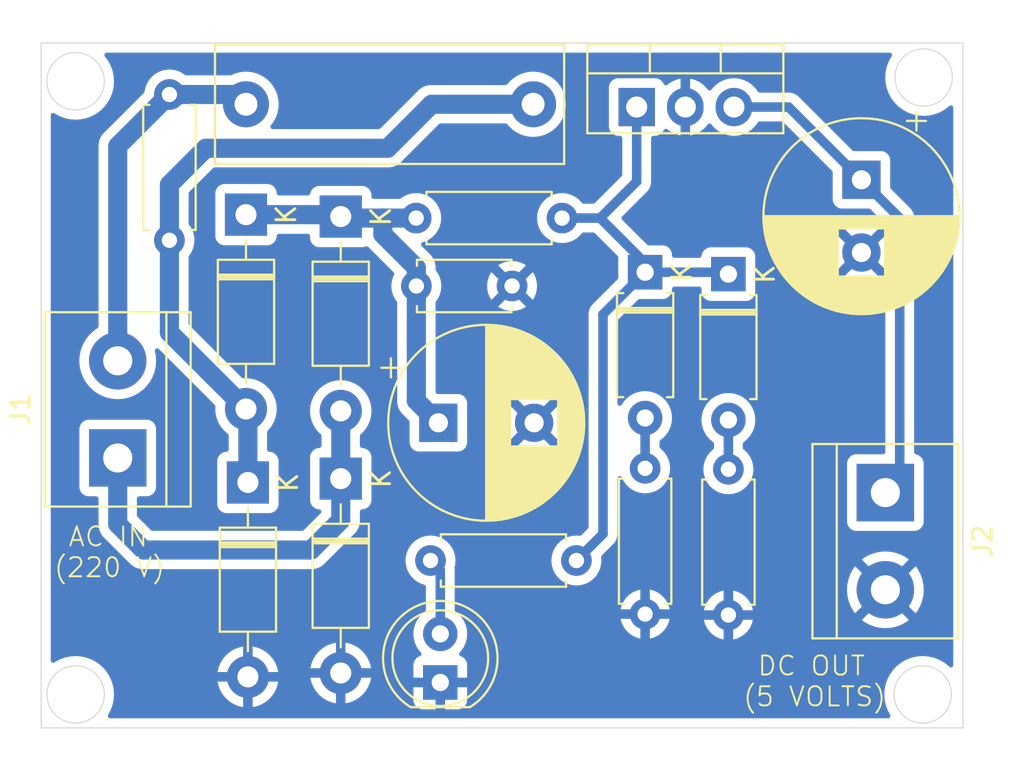
<source format=kicad_pcb>
(kicad_pcb (version 20240108) (generator "pcbnew") (generator_version "8.0")
  (layers (0 "F.Cu" signal) (31 "B.Cu" signal) (34 "B.Paste" user) (35 "F.Paste" user) (36 "B.SilkS" user "B.Silkscreen") (37 "F.SilkS" user "F.Silkscreen") (38 "B.Mask" user) (39 "F.Mask" user) (44 "Edge.Cuts" user))
  (net 0 "")
  (net 1 "Net-(J1-Pin_2)")
  (net 2 "Net-(D1-A)")
  (net 3 "GND")
  (net 4 "/5V")
  (net 5 "Net-(D1-K)")
  (net 6 "Net-(D3-A)")
  (net 7 "Net-(D5-A)")
  (net 8 "Net-(D6-A)")
  (net 9 "Net-(D7-A)")
  (net 10 "Net-(D5-K)")
  (footprint "Resistor_THT:R_Axial_DIN0207_L6.3mm_D2.5mm_P7.62mm_Horizontal" (layer "F.Cu") (at 130.8 74.53 -90)
    (property "Reference" "R3" (hide yes))
    (property "Value" "20K" (hide yes))
    (pad "1" thru_hole circle (at 0 0 270) (size 1.6 1.6) (drill 0.8) (layers "*.Cu" "*.Mask") (net 8 "Net-(D6-A)"))
    (pad "2" thru_hole oval (at 7.62 0 270) (size 1.6 1.6) (drill 0.8) (layers "*.Cu" "*.Mask") (net 3 "GND"))
  )
  (footprint "Capacitor_THT:C_Disc_D4.7mm_W2.5mm_P5.00mm" (layer "F.Cu") (at 114.5 64.95)
    (property "Reference" "C4" (hide yes))
    (property "Value" "0.1uF" (hide yes))
    (pad "1" thru_hole circle (at 0 0) (size 1.6 1.6) (drill 0.8) (layers "*.Cu" "*.Mask") (net 5 "Net-(D1-K)"))
    (pad "2" thru_hole circle (at 5 0) (size 1.6 1.6) (drill 0.8) (layers "*.Cu" "*.Mask") (net 3 "GND"))
  )
  (footprint "Capacitor_THT:CP_Radial_D10.0mm_P3.80mm" (layer "F.Cu") (at 137.75 59.4 -90)
    (property "Reference" "C2" (hide yes))
    (property "Value" "470uF" (hide yes))
    (pad "1" thru_hole rect (at 0 0 270) (size 2 2) (drill 1) (layers "*.Cu" "*.Mask") (net 4 "/5V"))
    (pad "2" thru_hole circle (at 3.8 0 270) (size 2 2) (drill 1) (layers "*.Cu" "*.Mask") (net 3 "GND"))
  )
  (footprint "LED_THT:LED_D5.0mm" (layer "F.Cu") (at 115.75 85.675 90)
    (property "Reference" "D7" (hide yes))
    (property "Value" "LED" (hide yes))
    (pad "1" thru_hole rect (at 0 0 90) (size 1.8 1.8) (drill 0.9) (layers "*.Cu" "*.Mask") (net 3 "GND"))
    (pad "2" thru_hole circle (at 2.54 0 90) (size 1.8 1.8) (drill 0.9) (layers "*.Cu" "*.Mask") (net 9 "Net-(D7-A)"))
  )
  (footprint "Diode_THT:D_DO-41_SOD81_P10.16mm_Horizontal" (layer "F.Cu") (at 110.55 61.32 -90)
    (property "Reference" "D3" (hide yes))
    (property "Value" "1N4007" (hide yes))
    (fp_text user "K" (at 0 -2.1 90) (layer "F.SilkS"))
    (pad "1" thru_hole rect (at 0 0 270) (size 2.2 2.2) (drill 1.1) (layers "*.Cu" "*.Mask") (net 5 "Net-(D1-K)"))
    (pad "2" thru_hole oval (at 10.16 0 270) (size 2.2 2.2) (drill 1.1) (layers "*.Cu" "*.Mask") (net 6 "Net-(D3-A)"))
  )
  (footprint "Capacitor_THT:CP_Radial_D10.0mm_P5.00mm" (layer "F.Cu") (at 115.65 72.1)
    (property "Reference" "C5" (hide yes))
    (property "Value" "1000uF" (hide yes))
    (pad "1" thru_hole rect (at 0 0) (size 2 2) (drill 1) (layers "*.Cu" "*.Mask") (net 5 "Net-(D1-K)"))
    (pad "2" thru_hole circle (at 5 0) (size 2 2) (drill 1) (layers "*.Cu" "*.Mask") (net 3 "GND"))
  )
  (footprint "TerminalBlock:TerminalBlock_bornier-2_P5.08mm" (layer "F.Cu") (at 98.9 73.94 90)
    (property "Reference" "J1" (at 2.54 -5.08 90) (layer "F.SilkS"))
    (property "Value" "Screw_Terminal_01x02" (hide yes))
    (pad "1" thru_hole rect (at 0 0 90) (size 3 3) (drill 1.52) (layers "*.Cu" "*.Mask") (net 6 "Net-(D3-A)"))
    (pad "2" thru_hole circle (at 5.08 0 90) (size 3 3) (drill 1.52) (layers "*.Cu" "*.Mask") (net 1 "Net-(J1-Pin_2)"))
  )
  (footprint "TerminalBlock:TerminalBlock_bornier-2_P5.08mm" (layer "F.Cu") (at 139 75.75 -90)
    (property "Reference" "J2" (at 2.54 -5.08 90) (layer "F.SilkS"))
    (property "Value" "Screw_Terminal_01x02" (hide yes))
    (pad "1" thru_hole rect (at 0 0 270) (size 3 3) (drill 1.52) (layers "*.Cu" "*.Mask") (net 4 "/5V"))
    (pad "2" thru_hole circle (at 5.08 0 270) (size 3 3) (drill 1.52) (layers "*.Cu" "*.Mask") (net 3 "GND"))
  )
  (footprint "Resistor_THT:R_Axial_DIN0207_L6.3mm_D2.5mm_P7.62mm_Horizontal" (layer "F.Cu") (at 126.45 74.48 -90)
    (property "Reference" "R2" (hide yes))
    (property "Value" "20K" (hide yes))
    (pad "1" thru_hole circle (at 0 0 270) (size 1.6 1.6) (drill 0.8) (layers "*.Cu" "*.Mask") (net 7 "Net-(D5-A)"))
    (pad "2" thru_hole oval (at 7.62 0 270) (size 1.6 1.6) (drill 0.8) (layers "*.Cu" "*.Mask") (net 3 "GND"))
  )
  (footprint "Capacitor_THT:C_Rect_L18.0mm_W6.0mm_P15.00mm_FKS3_FKP3" (layer "F.Cu") (at 105.6 55.45)
    (property "Reference" "C1" (hide yes))
    (property "Value" "225k/2.2uF")
    (pad "1" thru_hole circle (at 0 0) (size 2.4 2.4) (drill 1.2) (layers "*.Cu" "*.Mask") (net 1 "Net-(J1-Pin_2)"))
    (pad "2" thru_hole circle (at 15 0) (size 2.4 2.4) (drill 1.2) (layers "*.Cu" "*.Mask") (net 2 "Net-(D1-A)"))
  )
  (footprint "Package_TO_SOT_THT:TO-220-3_Vertical" (layer "F.Cu") (at 126.01 55.595)
    (property "Reference" "U1" (hide yes))
    (property "Value" "LM7805_TO220" (hide yes))
    (pad "1" thru_hole rect (at 0 0) (size 1.905 2) (drill 1.1) (layers "*.Cu" "*.Mask") (net 10 "Net-(D5-K)"))
    (pad "2" thru_hole oval (at 2.54 0) (size 1.905 2) (drill 1.1) (layers "*.Cu" "*.Mask") (net 3 "GND"))
    (pad "3" thru_hole oval (at 5.08 0) (size 1.905 2) (drill 1.1) (layers "*.Cu" "*.Mask") (net 4 "/5V"))
  )
  (footprint "Diode_THT:D_DO-41_SOD81_P10.16mm_Horizontal" (layer "F.Cu") (at 105.6 61.22 -90)
    (property "Reference" "D1" (hide yes))
    (property "Value" "1N4007" (hide yes))
    (fp_text user "K" (at 0 -2.1 90) (layer "F.SilkS"))
    (pad "1" thru_hole rect (at 0 0 270) (size 2.2 2.2) (drill 1.1) (layers "*.Cu" "*.Mask") (net 5 "Net-(D1-K)"))
    (pad "2" thru_hole oval (at 10.16 0 270) (size 2.2 2.2) (drill 1.1) (layers "*.Cu" "*.Mask") (net 2 "Net-(D1-A)"))
  )
  (footprint "Diode_THT:D_A-405_P7.62mm_Horizontal" (layer "F.Cu") (at 130.8 64.33 -90)
    (property "Reference" "D6" (hide yes))
    (property "Value" "D_Zener" (hide yes))
    (fp_text user "K" (at 0 -1.9 90) (layer "F.SilkS"))
    (pad "1" thru_hole rect (at 0 0 270) (size 1.8 1.8) (drill 0.9) (layers "*.Cu" "*.Mask") (net 10 "Net-(D5-K)"))
    (pad "2" thru_hole oval (at 7.62 0 270) (size 1.8 1.8) (drill 0.9) (layers "*.Cu" "*.Mask") (net 8 "Net-(D6-A)"))
  )
  (footprint "Diode_THT:D_DO-41_SOD81_P10.16mm_Horizontal" (layer "F.Cu") (at 105.7 75.22 -90)
    (property "Reference" "D2" (hide yes))
    (property "Value" "1N4007" (hide yes))
    (fp_text user "K" (at 0 -2.1 90) (layer "F.SilkS"))
    (pad "1" thru_hole rect (at 0 0 270) (size 2.2 2.2) (drill 1.1) (layers "*.Cu" "*.Mask") (net 2 "Net-(D1-A)"))
    (pad "2" thru_hole oval (at 10.16 0 270) (size 2.2 2.2) (drill 1.1) (layers "*.Cu" "*.Mask") (net 3 "GND"))
  )
  (footprint "Resistor_THT:R_Axial_DIN0207_L6.3mm_D2.5mm_P7.62mm_Horizontal" (layer "F.Cu") (at 101.6 54.94 -90)
    (property "Reference" "R1" (hide yes))
    (property "Value" "1M" (hide yes))
    (pad "1" thru_hole circle (at 0 0 270) (size 1.6 1.6) (drill 0.8) (layers "*.Cu" "*.Mask") (net 1 "Net-(J1-Pin_2)"))
    (pad "2" thru_hole oval (at 7.62 0 270) (size 1.6 1.6) (drill 0.8) (layers "*.Cu" "*.Mask") (net 2 "Net-(D1-A)"))
  )
  (footprint "Diode_THT:D_DO-41_SOD81_P10.16mm_Horizontal" (layer "F.Cu") (at 110.55 75.02 -90)
    (property "Reference" "D4" (hide yes))
    (property "Value" "1N4007" (hide yes))
    (fp_text user "K" (at 0 -2.1 90) (layer "F.SilkS"))
    (pad "1" thru_hole rect (at 0 0 270) (size 2.2 2.2) (drill 1.1) (layers "*.Cu" "*.Mask") (net 6 "Net-(D3-A)"))
    (pad "2" thru_hole oval (at 10.16 0 270) (size 2.2 2.2) (drill 1.1) (layers "*.Cu" "*.Mask") (net 3 "GND"))
  )
  (footprint "Diode_THT:D_A-405_P7.62mm_Horizontal" (layer "F.Cu") (at 126.45 64.23 -90)
    (property "Reference" "D5" (hide yes))
    (property "Value" "D_Zener" (hide yes))
    (fp_text user "K" (at 0 -1.9 90) (layer "F.SilkS"))
    (pad "1" thru_hole rect (at 0 0 270) (size 1.8 1.8) (drill 0.9) (layers "*.Cu" "*.Mask") (net 10 "Net-(D5-K)"))
    (pad "2" thru_hole oval (at 7.62 0 270) (size 1.8 1.8) (drill 0.9) (layers "*.Cu" "*.Mask") (net 7 "Net-(D5-A)"))
  )
  (footprint "Resistor_THT:R_Axial_DIN0207_L6.3mm_D2.5mm_P7.62mm_Horizontal" (layer "F.Cu") (at 122.86 79.3 180)
    (property "Reference" "R4" (hide yes))
    (property "Value" "2.2K" (hide yes))
    (pad "1" thru_hole circle (at 0 0 180) (size 1.6 1.6) (drill 0.8) (layers "*.Cu" "*.Mask") (net 10 "Net-(D5-K)"))
    (pad "2" thru_hole oval (at 7.62 0 180) (size 1.6 1.6) (drill 0.8) (layers "*.Cu" "*.Mask") (net 9 "Net-(D7-A)"))
  )
  (footprint "Resistor_THT:R_Axial_DIN0207_L6.3mm_D2.5mm_P7.62mm_Horizontal" (layer "F.Cu") (at 114.49 61.4)
    (property "Reference" "R5" (hide yes))
    (property "Value" "20K" (hide yes))
    (pad "1" thru_hole circle (at 0 0) (size 1.6 1.6) (drill 0.8) (layers "*.Cu" "*.Mask") (net 5 "Net-(D1-K)"))
    (pad "2" thru_hole oval (at 7.62 0) (size 1.6 1.6) (drill 0.8) (layers "*.Cu" "*.Mask") (net 10 "Net-(D5-K)"))
  )
  (gr_circle (center 141 54.05) (end 142.2 54.95) (stroke (width 0.05)) (fill none) (layer "Edge.Cuts"))
  (gr_circle (center 140.95 86.3) (end 142.15 87.2) (stroke (width 0.05)) (fill none) (layer "Edge.Cuts"))
  (gr_circle (center 96.7 86.3) (end 97.9 87.2) (stroke (width 0.05)) (fill none) (layer "Edge.Cuts"))
  (gr_rect (start 94.9 52.25) (end 143.05 88.05) (stroke (width 0.05)) (fill none) (layer "Edge.Cuts"))
  (gr_circle (center 96.7 54.25) (end 97.9 55.15) (stroke (width 0.05)) (fill none) (layer "Edge.Cuts"))
  (gr_text " AC IN\n(220 V)\n" (at 95.5 80.25 0) (layer "F.SilkS") (effects (font (size 1 1) (thickness 0.1)) (justify left bottom)))
  (gr_text " DC OUT\n(5 VOLTS)" (at 131.5 87 0) (layer "F.SilkS") (effects (font (size 1 1) (thickness 0.1)) (justify left bottom)))
  (segment (start 101.6 54.94) (end 105.09 54.94) (width 1) (layer "B.Cu") (net 1))
  (segment (start 105.09 54.94) (end 105.6 55.45) (width 1) (layer "B.Cu") (net 1))
  (segment (start 98.9 68.86) (end 98.9 57.64) (width 1) (layer "B.Cu") (net 1))
  (segment (start 98.9 57.64) (end 101.6 54.94) (width 1) (layer "B.Cu") (net 1))
  (segment (start 113 57.75) (end 115.3 55.45) (width 1) (layer "B.Cu") (net 2))
  (segment (start 105.7 75.22) (end 105.7 71.48) (width 1) (layer "B.Cu") (net 2))
  (segment (start 101.6 67.38) (end 105.6 71.38) (width 1) (layer "B.Cu") (net 2))
  (segment (start 101.6 62.56) (end 101.6 59.65) (width 1) (layer "B.Cu") (net 2))
  (segment (start 105.7 71.48) (end 105.6 71.38) (width 1) (layer "B.Cu") (net 2))
  (segment (start 101.6 59.65) (end 103.5 57.75) (width 1) (layer "B.Cu") (net 2))
  (segment (start 103.5 57.75) (end 113 57.75) (width 1) (layer "B.Cu") (net 2))
  (segment (start 101.6 62.56) (end 101.6 67.38) (width 1) (layer "B.Cu") (net 2))
  (segment (start 115.3 55.45) (end 120.6 55.45) (width 1) (layer "B.Cu") (net 2))
  (segment (start 139.75 61.4) (end 139.75 75) (width 0.5) (layer "B.Cu") (net 4))
  (segment (start 139.75 75) (end 139 75.75) (width 0.5) (layer "B.Cu") (net 4))
  (segment (start 131.09 55.595) (end 133.945 55.595) (width 0.5) (layer "B.Cu") (net 4))
  (segment (start 133.945 55.595) (end 137.75 59.4) (width 0.5) (layer "B.Cu") (net 4))
  (segment (start 137.75 59.4) (end 139.75 61.4) (width 0.5) (layer "B.Cu") (net 4))
  (segment (start 110.45 61.22) (end 110.55 61.32) (width 1) (layer "B.Cu") (net 5))
  (segment (start 114.49 61.4) (end 112.75 61.4) (width 1) (layer "B.Cu") (net 5))
  (segment (start 114.5 64.95) (end 114.5 64) (width 1) (layer "B.Cu") (net 5))
  (segment (start 105.6 61.22) (end 110.45 61.22) (width 1) (layer "B.Cu") (net 5))
  (segment (start 112.75 62.25) (end 112.75 61.4) (width 1) (layer "B.Cu") (net 5))
  (segment (start 112.75 61.4) (end 110.63 61.4) (width 1) (layer "B.Cu") (net 5))
  (segment (start 114.5 70.95) (end 115.65 72.1) (width 1) (layer "B.Cu") (net 5))
  (segment (start 114.5 64) (end 112.75 62.25) (width 1) (layer "B.Cu") (net 5))
  (segment (start 114.5 64.95) (end 114.5 70.95) (width 1) (layer "B.Cu") (net 5))
  (segment (start 110.63 61.4) (end 110.55 61.32) (width 1) (layer "B.Cu") (net 5))
  (segment (start 100.25 78.75) (end 109 78.75) (width 1) (layer "B.Cu") (net 6))
  (segment (start 98.9 73.94) (end 98.9 77.4) (width 1) (layer "B.Cu") (net 6))
  (segment (start 110.55 75.02) (end 110.55 71.48) (width 1) (layer "B.Cu") (net 6))
  (segment (start 110.55 77.2) (end 110.55 75.02) (width 1) (layer "B.Cu") (net 6))
  (segment (start 98.9 77.4) (end 100.25 78.75) (width 1) (layer "B.Cu") (net 6))
  (segment (start 109 78.75) (end 110.55 77.2) (width 1) (layer "B.Cu") (net 6))
  (segment (start 126.45 74.48) (end 126.45 71.85) (width 0.5) (layer "B.Cu") (net 7))
  (segment (start 130.8 74.53) (end 130.8 71.95) (width 0.5) (layer "B.Cu") (net 8))
  (segment (start 115.75 83.135) (end 115.75 79.81) (width 0.5) (layer "B.Cu") (net 9))
  (segment (start 115.75 79.81) (end 115.24 79.3) (width 0.5) (layer "B.Cu") (net 9))
  (segment (start 130.7 64.23) (end 130.8 64.33) (width 0.5) (layer "B.Cu") (net 10))
  (segment (start 126.45 64.23) (end 126.45 63.75) (width 0.5) (layer "B.Cu") (net 10))
  (segment (start 124.1 61.4) (end 122.11 61.4) (width 0.5) (layer "B.Cu") (net 10))
  (segment (start 126.45 63.75) (end 124.1 61.4) (width 0.5) (layer "B.Cu") (net 10))
  (segment (start 122.86 79.3) (end 124.25 77.91) (width 0.5) (layer "B.Cu") (net 10))
  (segment (start 126.01 55.595) (end 126.01 59.49) (width 0.5) (layer "B.Cu") (net 10))
  (segment (start 126.01 59.49) (end 124.1 61.4) (width 0.5) (layer "B.Cu") (net 10))
  (segment (start 126.45 64.23) (end 130.7 64.23) (width 0.5) (layer "B.Cu") (net 10))
  (segment (start 124.25 66.43) (end 126.45 64.23) (width 0.5) (layer "B.Cu") (net 10))
  (segment (start 124.25 77.91) (end 124.25 66.43) (width 0.5) (layer "B.Cu") (net 10))
  (zone (net 3) (net_name "GND") (layer "B.Cu") (connect_pads (clearance 0.5)) (min_thickness 0.25) (fill yes (thermal_gap 0.5) (thermal_bridge_width 0.5))
    (polygon (pts (xy 92.75 50) (xy 146.25 50) (xy 146.25 89.75) (xy 92.75 90)))
  )
)
</source>
